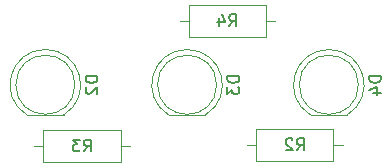
<source format=gbr>
%TF.GenerationSoftware,KiCad,Pcbnew,(6.0.9)*%
%TF.CreationDate,2023-05-10T13:01:55+05:30*%
%TF.ProjectId,Input_Panel(V2.0),496e7075-745f-4506-916e-656c2856322e,rev?*%
%TF.SameCoordinates,Original*%
%TF.FileFunction,Legend,Bot*%
%TF.FilePolarity,Positive*%
%FSLAX46Y46*%
G04 Gerber Fmt 4.6, Leading zero omitted, Abs format (unit mm)*
G04 Created by KiCad (PCBNEW (6.0.9)) date 2023-05-10 13:01:55*
%MOMM*%
%LPD*%
G01*
G04 APERTURE LIST*
%ADD10C,0.150000*%
%ADD11C,0.120000*%
G04 APERTURE END LIST*
D10*
%TO.C,R3*%
X24766666Y-13652380D02*
X25100000Y-13176190D01*
X25338095Y-13652380D02*
X25338095Y-12652380D01*
X24957142Y-12652380D01*
X24861904Y-12700000D01*
X24814285Y-12747619D01*
X24766666Y-12842857D01*
X24766666Y-12985714D01*
X24814285Y-13080952D01*
X24861904Y-13128571D01*
X24957142Y-13176190D01*
X25338095Y-13176190D01*
X24433333Y-12652380D02*
X23814285Y-12652380D01*
X24147619Y-13033333D01*
X24004761Y-13033333D01*
X23909523Y-13080952D01*
X23861904Y-13128571D01*
X23814285Y-13223809D01*
X23814285Y-13461904D01*
X23861904Y-13557142D01*
X23909523Y-13604761D01*
X24004761Y-13652380D01*
X24290476Y-13652380D01*
X24385714Y-13604761D01*
X24433333Y-13557142D01*
%TO.C,D3*%
X37912380Y-7266904D02*
X36912380Y-7266904D01*
X36912380Y-7505000D01*
X36960000Y-7647857D01*
X37055238Y-7743095D01*
X37150476Y-7790714D01*
X37340952Y-7838333D01*
X37483809Y-7838333D01*
X37674285Y-7790714D01*
X37769523Y-7743095D01*
X37864761Y-7647857D01*
X37912380Y-7505000D01*
X37912380Y-7266904D01*
X36912380Y-8171666D02*
X36912380Y-8790714D01*
X37293333Y-8457380D01*
X37293333Y-8600238D01*
X37340952Y-8695476D01*
X37388571Y-8743095D01*
X37483809Y-8790714D01*
X37721904Y-8790714D01*
X37817142Y-8743095D01*
X37864761Y-8695476D01*
X37912380Y-8600238D01*
X37912380Y-8314523D01*
X37864761Y-8219285D01*
X37817142Y-8171666D01*
%TO.C,R2*%
X42786666Y-13552380D02*
X43120000Y-13076190D01*
X43358095Y-13552380D02*
X43358095Y-12552380D01*
X42977142Y-12552380D01*
X42881904Y-12600000D01*
X42834285Y-12647619D01*
X42786666Y-12742857D01*
X42786666Y-12885714D01*
X42834285Y-12980952D01*
X42881904Y-13028571D01*
X42977142Y-13076190D01*
X43358095Y-13076190D01*
X42405714Y-12647619D02*
X42358095Y-12600000D01*
X42262857Y-12552380D01*
X42024761Y-12552380D01*
X41929523Y-12600000D01*
X41881904Y-12647619D01*
X41834285Y-12742857D01*
X41834285Y-12838095D01*
X41881904Y-12980952D01*
X42453333Y-13552380D01*
X41834285Y-13552380D01*
%TO.C,D4*%
X49912380Y-7266904D02*
X48912380Y-7266904D01*
X48912380Y-7505000D01*
X48960000Y-7647857D01*
X49055238Y-7743095D01*
X49150476Y-7790714D01*
X49340952Y-7838333D01*
X49483809Y-7838333D01*
X49674285Y-7790714D01*
X49769523Y-7743095D01*
X49864761Y-7647857D01*
X49912380Y-7505000D01*
X49912380Y-7266904D01*
X49245714Y-8695476D02*
X49912380Y-8695476D01*
X48864761Y-8457380D02*
X49579047Y-8219285D01*
X49579047Y-8838333D01*
%TO.C,R4*%
X37066666Y-3052380D02*
X37400000Y-2576190D01*
X37638095Y-3052380D02*
X37638095Y-2052380D01*
X37257142Y-2052380D01*
X37161904Y-2100000D01*
X37114285Y-2147619D01*
X37066666Y-2242857D01*
X37066666Y-2385714D01*
X37114285Y-2480952D01*
X37161904Y-2528571D01*
X37257142Y-2576190D01*
X37638095Y-2576190D01*
X36209523Y-2385714D02*
X36209523Y-3052380D01*
X36447619Y-2004761D02*
X36685714Y-2719047D01*
X36066666Y-2719047D01*
%TO.C,D2*%
X25912380Y-7266904D02*
X24912380Y-7266904D01*
X24912380Y-7505000D01*
X24960000Y-7647857D01*
X25055238Y-7743095D01*
X25150476Y-7790714D01*
X25340952Y-7838333D01*
X25483809Y-7838333D01*
X25674285Y-7790714D01*
X25769523Y-7743095D01*
X25864761Y-7647857D01*
X25912380Y-7505000D01*
X25912380Y-7266904D01*
X25007619Y-8219285D02*
X24960000Y-8266904D01*
X24912380Y-8362142D01*
X24912380Y-8600238D01*
X24960000Y-8695476D01*
X25007619Y-8743095D01*
X25102857Y-8790714D01*
X25198095Y-8790714D01*
X25340952Y-8743095D01*
X25912380Y-8171666D01*
X25912380Y-8790714D01*
D11*
%TO.C,R3*%
X27870000Y-14570000D02*
X21330000Y-14570000D01*
X27870000Y-11830000D02*
X27870000Y-14570000D01*
X21330000Y-11830000D02*
X27870000Y-11830000D01*
X21330000Y-14570000D02*
X21330000Y-11830000D01*
X20560000Y-13200000D02*
X21330000Y-13200000D01*
X28640000Y-13200000D02*
X27870000Y-13200000D01*
%TO.C,D3*%
X35045000Y-10565000D02*
X31955000Y-10565000D01*
X35044830Y-10565000D02*
G75*
G03*
X33499538Y-5015000I-1544830J2560000D01*
G01*
X33500462Y-5015000D02*
G75*
G03*
X31955170Y-10565000I-462J-2990000D01*
G01*
X36000000Y-8005000D02*
G75*
G03*
X36000000Y-8005000I-2500000J0D01*
G01*
%TO.C,R2*%
X38580000Y-13100000D02*
X39350000Y-13100000D01*
X46660000Y-13100000D02*
X45890000Y-13100000D01*
X39350000Y-14470000D02*
X39350000Y-11730000D01*
X45890000Y-11730000D02*
X45890000Y-14470000D01*
X39350000Y-11730000D02*
X45890000Y-11730000D01*
X45890000Y-14470000D02*
X39350000Y-14470000D01*
%TO.C,D4*%
X47045000Y-10565000D02*
X43955000Y-10565000D01*
X45500462Y-5015000D02*
G75*
G03*
X43955170Y-10565000I-462J-2990000D01*
G01*
X47044830Y-10565000D02*
G75*
G03*
X45499538Y-5015000I-1544830J2560000D01*
G01*
X48000000Y-8005000D02*
G75*
G03*
X48000000Y-8005000I-2500000J0D01*
G01*
%TO.C,R4*%
X40960000Y-2600000D02*
X40190000Y-2600000D01*
X33650000Y-1230000D02*
X40190000Y-1230000D01*
X32880000Y-2600000D02*
X33650000Y-2600000D01*
X40190000Y-3970000D02*
X33650000Y-3970000D01*
X40190000Y-1230000D02*
X40190000Y-3970000D01*
X33650000Y-3970000D02*
X33650000Y-1230000D01*
%TO.C,D2*%
X23045000Y-10565000D02*
X19955000Y-10565000D01*
X23044830Y-10565000D02*
G75*
G03*
X21499538Y-5015000I-1544830J2560000D01*
G01*
X21500462Y-5015000D02*
G75*
G03*
X19955170Y-10565000I-462J-2990000D01*
G01*
X24000000Y-8005000D02*
G75*
G03*
X24000000Y-8005000I-2500000J0D01*
G01*
%TD*%
M02*

</source>
